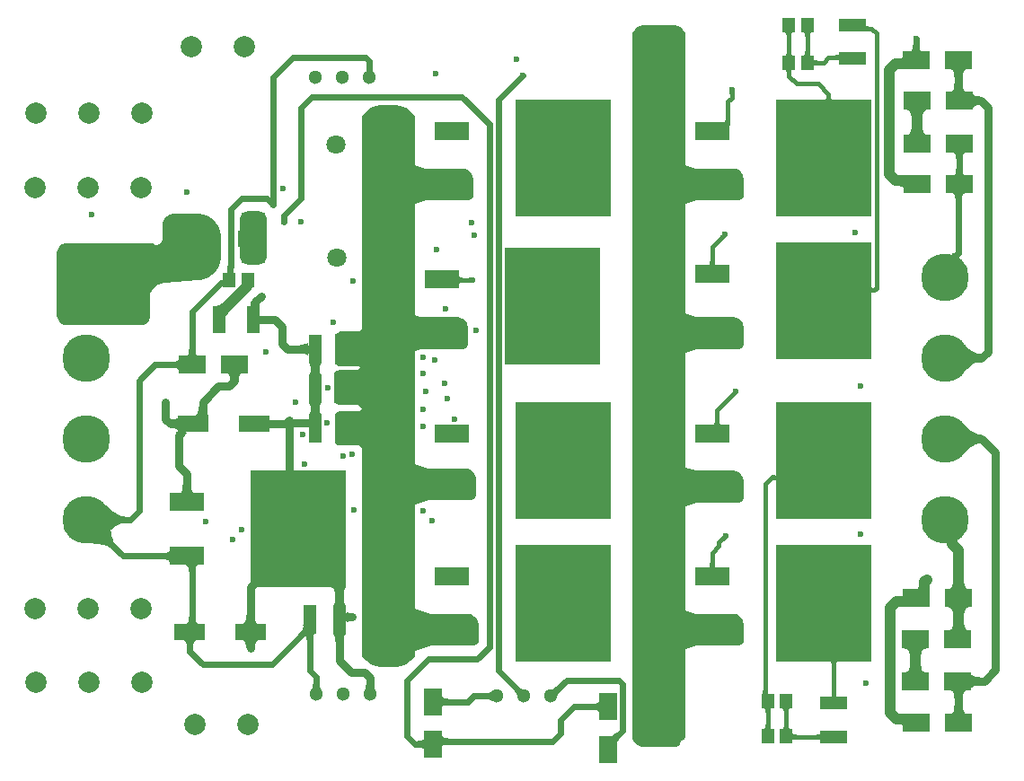
<source format=gtl>
G04*
G04 #@! TF.GenerationSoftware,Altium Limited,Altium Designer,22.6.1 (34)*
G04*
G04 Layer_Physical_Order=1*
G04 Layer_Color=153*
%FSLAX44Y44*%
%MOMM*%
G71*
G04*
G04 #@! TF.SameCoordinates,44C52635-D950-46A4-BE53-1BE2AF9ACA8F*
G04*
G04*
G04 #@! TF.FilePolarity,Positive*
G04*
G01*
G75*
%ADD11C,0.5000*%
%ADD16R,1.1500X1.3500*%
%ADD17R,3.3000X1.7000*%
%ADD18R,9.0000X11.0000*%
G04:AMPARAMS|DCode=19|XSize=2.5mm|YSize=5mm|CornerRadius=0.625mm|HoleSize=0mm|Usage=FLASHONLY|Rotation=0.000|XOffset=0mm|YOffset=0mm|HoleType=Round|Shape=RoundedRectangle|*
%AMROUNDEDRECTD19*
21,1,2.5000,3.7500,0,0,0.0*
21,1,1.2500,5.0000,0,0,0.0*
1,1,1.2500,0.6250,-1.8750*
1,1,1.2500,-0.6250,-1.8750*
1,1,1.2500,-0.6250,1.8750*
1,1,1.2500,0.6250,1.8750*
%
%ADD19ROUNDEDRECTD19*%
%ADD20R,1.3000X2.7000*%
%ADD21R,3.0000X1.6000*%
%ADD22R,2.5000X1.7000*%
%ADD23R,2.5000X1.1500*%
%ADD24R,1.2500X1.6500*%
%ADD25R,1.1500X2.5000*%
%ADD26R,1.7000X2.5000*%
%ADD27C,1.0000*%
%ADD43C,0.6000*%
%ADD44C,0.8000*%
%ADD45C,0.4000*%
%ADD46C,4.5000*%
%ADD47C,2.0000*%
%ADD48C,1.8000*%
%ADD49C,1.3000*%
%ADD50C,0.6000*%
G36*
X1315009Y1075620D02*
X1315130Y1075280D01*
X1315329Y1074980D01*
X1315609Y1074720D01*
X1315970Y1074500D01*
X1316409Y1074320D01*
X1316929Y1074180D01*
X1317529Y1074080D01*
X1318210Y1074020D01*
X1318970Y1074000D01*
Y1070000D01*
X1314969Y1070031D01*
Y1076000D01*
X1315009Y1075620D01*
D02*
G37*
G36*
X1263620Y1068271D02*
X1263280Y1068150D01*
X1262980Y1067948D01*
X1262720Y1067666D01*
X1262500Y1067303D01*
X1262320Y1066860D01*
X1262180Y1066336D01*
X1262080Y1065732D01*
X1262020Y1065046D01*
X1262000Y1064280D01*
X1258000D01*
X1257980Y1065046D01*
X1257920Y1065732D01*
X1257820Y1066336D01*
X1257680Y1066860D01*
X1257500Y1067303D01*
X1257280Y1067666D01*
X1257020Y1067948D01*
X1256720Y1068150D01*
X1256380Y1068271D01*
X1256000Y1068311D01*
X1264000D01*
X1263620Y1068271D01*
D02*
G37*
G36*
X1246120D02*
X1245780Y1068150D01*
X1245480Y1067948D01*
X1245220Y1067666D01*
X1245000Y1067303D01*
X1244820Y1066860D01*
X1244680Y1066336D01*
X1244580Y1065732D01*
X1244520Y1065046D01*
X1244500Y1064280D01*
X1240500D01*
X1240480Y1065046D01*
X1240420Y1065732D01*
X1240320Y1066336D01*
X1240180Y1066860D01*
X1240000Y1067303D01*
X1239780Y1067666D01*
X1239520Y1067948D01*
X1239220Y1068150D01*
X1238880Y1068271D01*
X1238500Y1068311D01*
X1246500D01*
X1246120Y1068271D01*
D02*
G37*
G36*
X1262020Y1049954D02*
X1262080Y1049268D01*
X1262180Y1048664D01*
X1262320Y1048140D01*
X1262500Y1047697D01*
X1262720Y1047334D01*
X1262980Y1047052D01*
X1263280Y1046850D01*
X1263620Y1046729D01*
X1264000Y1046689D01*
X1256000D01*
X1256380Y1046729D01*
X1256720Y1046850D01*
X1257020Y1047052D01*
X1257280Y1047334D01*
X1257500Y1047697D01*
X1257680Y1048140D01*
X1257820Y1048664D01*
X1257920Y1049268D01*
X1257980Y1049954D01*
X1258000Y1050719D01*
X1262000D01*
X1262020Y1049954D01*
D02*
G37*
G36*
X1244520D02*
X1244580Y1049268D01*
X1244680Y1048664D01*
X1244820Y1048140D01*
X1245000Y1047697D01*
X1245220Y1047334D01*
X1245480Y1047052D01*
X1245780Y1046850D01*
X1246120Y1046729D01*
X1246500Y1046689D01*
X1238500D01*
X1238880Y1046729D01*
X1239220Y1046850D01*
X1239520Y1047052D01*
X1239780Y1047334D01*
X1240000Y1047697D01*
X1240180Y1048140D01*
X1240320Y1048664D01*
X1240420Y1049268D01*
X1240480Y1049954D01*
X1240500Y1050719D01*
X1244500D01*
X1244520Y1049954D01*
D02*
G37*
G36*
X1365525Y1056012D02*
X1365541Y1055693D01*
X1365620Y1054799D01*
X1365770Y1053894D01*
X1365980Y1053110D01*
X1366250Y1052447D01*
X1366580Y1051904D01*
X1366970Y1051482D01*
X1367420Y1051180D01*
X1367930Y1050999D01*
X1368500Y1050939D01*
X1365786D01*
X1366038Y1046033D01*
X1358962D01*
X1359064Y1046235D01*
X1359156Y1046624D01*
X1359236Y1047202D01*
X1359366Y1048919D01*
X1359401Y1050939D01*
X1356500D01*
X1357070Y1050999D01*
X1357580Y1051180D01*
X1358030Y1051482D01*
X1358420Y1051904D01*
X1358750Y1052447D01*
X1359020Y1053110D01*
X1359230Y1053894D01*
X1359380Y1054799D01*
X1359470Y1055824D01*
X1359500Y1056970D01*
X1365500D01*
X1365525Y1056012D01*
D02*
G37*
G36*
X1290061Y1041000D02*
X1290021Y1041380D01*
X1289900Y1041720D01*
X1289698Y1042020D01*
X1289416Y1042280D01*
X1289053Y1042500D01*
X1288610Y1042680D01*
X1288086Y1042820D01*
X1287482Y1042920D01*
X1286796Y1042980D01*
X1286030Y1043000D01*
Y1047000D01*
X1286796Y1047020D01*
X1287482Y1047080D01*
X1288086Y1047180D01*
X1288610Y1047320D01*
X1289053Y1047500D01*
X1289416Y1047720D01*
X1289698Y1047980D01*
X1289900Y1048280D01*
X1290021Y1048620D01*
X1290061Y1049000D01*
Y1041000D01*
D02*
G37*
G36*
X1265760Y1043620D02*
X1265880Y1043280D01*
X1266079Y1042980D01*
X1266359Y1042720D01*
X1266720Y1042500D01*
X1267160Y1042320D01*
X1267680Y1042180D01*
X1268279Y1042080D01*
X1268960Y1042020D01*
X1269719Y1042000D01*
Y1038000D01*
X1268960Y1037980D01*
X1268279Y1037920D01*
X1267680Y1037820D01*
X1267160Y1037680D01*
X1266720Y1037500D01*
X1266359Y1037280D01*
X1266079Y1037020D01*
X1265880Y1036720D01*
X1265760Y1036380D01*
X1265720Y1036000D01*
Y1044000D01*
X1265760Y1043620D01*
D02*
G37*
G36*
X1350031Y1034031D02*
X1349964Y1034025D01*
X1349764Y1034019D01*
X1343358Y1034000D01*
Y1044000D01*
X1344631Y1044017D01*
X1347646Y1044268D01*
X1348383Y1044418D01*
X1348986Y1044602D01*
X1349456Y1044820D01*
X1349791Y1045070D01*
X1349993Y1045355D01*
X1350061Y1045673D01*
X1350031Y1034031D01*
D02*
G37*
G36*
X1246120Y1033271D02*
X1245780Y1033150D01*
X1245480Y1032948D01*
X1245220Y1032666D01*
X1245000Y1032303D01*
X1244820Y1031860D01*
X1244680Y1031336D01*
X1244580Y1030731D01*
X1244520Y1030046D01*
X1244500Y1029280D01*
X1240500D01*
X1240480Y1030046D01*
X1240420Y1030731D01*
X1240320Y1031336D01*
X1240180Y1031860D01*
X1240000Y1032303D01*
X1239780Y1032666D01*
X1239520Y1032948D01*
X1239220Y1033150D01*
X1238880Y1033271D01*
X1238500Y1033311D01*
X1246500D01*
X1246120Y1033271D01*
D02*
G37*
G36*
X1409740Y1033981D02*
X1409060Y1033740D01*
X1408460Y1033338D01*
X1407940Y1032776D01*
X1407500Y1032053D01*
X1407140Y1031170D01*
X1406860Y1030126D01*
X1406660Y1028922D01*
X1406540Y1027556D01*
X1406500Y1026031D01*
X1398500D01*
X1398460Y1027556D01*
X1398340Y1028922D01*
X1398140Y1030126D01*
X1397860Y1031170D01*
X1397500Y1032053D01*
X1397060Y1032776D01*
X1396540Y1033338D01*
X1395940Y1033740D01*
X1395260Y1033981D01*
X1394500Y1034061D01*
X1410500D01*
X1409740Y1033981D01*
D02*
G37*
G36*
X1406540Y1018944D02*
X1406660Y1017579D01*
X1406860Y1016374D01*
X1407140Y1015330D01*
X1407500Y1014447D01*
X1407940Y1013724D01*
X1408460Y1013162D01*
X1409060Y1012760D01*
X1409740Y1012519D01*
X1410500Y1012439D01*
X1394500D01*
X1395260Y1012519D01*
X1395940Y1012760D01*
X1396540Y1013162D01*
X1397060Y1013724D01*
X1397500Y1014447D01*
X1397860Y1015330D01*
X1398140Y1016374D01*
X1398340Y1017579D01*
X1398460Y1018944D01*
X1398500Y1020470D01*
X1406500D01*
X1406540Y1018944D01*
D02*
G37*
G36*
X1190810Y1011607D02*
X1190773Y1011562D01*
X1190740Y1011483D01*
X1190712Y1011372D01*
X1190686Y1011228D01*
X1190665Y1011051D01*
X1190625Y1010323D01*
X1190617Y1009673D01*
X1186617Y1010377D01*
X1186644Y1012143D01*
X1190810Y1011607D01*
D02*
G37*
G36*
X1282020Y1008210D02*
X1282080Y1007530D01*
X1282180Y1006929D01*
X1282320Y1006410D01*
X1282500Y1005969D01*
X1282720Y1005610D01*
X1282980Y1005330D01*
X1283280Y1005129D01*
X1283620Y1005010D01*
X1284000Y1004969D01*
X1276000D01*
X1276380Y1005010D01*
X1276720Y1005129D01*
X1277020Y1005330D01*
X1277280Y1005610D01*
X1277500Y1005969D01*
X1277680Y1006410D01*
X1277820Y1006929D01*
X1277920Y1007530D01*
X1277980Y1008210D01*
X1278000Y1008969D01*
X1282000D01*
X1282020Y1008210D01*
D02*
G37*
G36*
X1415767Y1011062D02*
X1416001Y1010419D01*
X1416392Y1009853D01*
X1416939Y1009361D01*
X1417642Y1008945D01*
X1418501Y1008605D01*
X1419516Y1008340D01*
X1420688Y1008151D01*
X1422016Y1008038D01*
X1423500Y1008000D01*
Y1000000D01*
X1422016Y999962D01*
X1420688Y999849D01*
X1419516Y999660D01*
X1418501Y999395D01*
X1417642Y999055D01*
X1416939Y998639D01*
X1416392Y998148D01*
X1416001Y997580D01*
X1415767Y996938D01*
X1415689Y996219D01*
Y1011780D01*
X1415767Y1011062D01*
D02*
G37*
G36*
X877042Y999072D02*
X881436Y997252D01*
X885390Y994610D01*
X887071Y992929D01*
X890000Y990000D01*
Y943333D01*
X900000Y940000D01*
X935000Y940000D01*
X935985Y940000D01*
X937917Y939616D01*
X939737Y938862D01*
X941375Y937767D01*
X942767Y936375D01*
X943862Y934737D01*
X944616Y932917D01*
X945000Y930985D01*
X945000Y930000D01*
X945000Y930000D01*
X945000Y915000D01*
X945000Y914005D01*
X944239Y912168D01*
X942832Y910761D01*
X940995Y910000D01*
X940000Y910000D01*
X940000Y910000D01*
X900000D01*
X890000Y906667D01*
Y801667D01*
X895000Y800000D01*
X930000Y800000D01*
X930985Y800000D01*
X932917Y799616D01*
X934737Y798862D01*
X936375Y797767D01*
X937767Y796375D01*
X938862Y794737D01*
X939616Y792917D01*
X940000Y790985D01*
X940000Y790000D01*
X940000Y790000D01*
X940000Y775000D01*
X940000Y774005D01*
X939239Y772168D01*
X937832Y770761D01*
X935994Y770000D01*
X935000Y770000D01*
X935000Y770000D01*
X895000D01*
X890000Y768333D01*
Y661667D01*
X902500Y657500D01*
X937500Y657500D01*
X938485Y657500D01*
X940417Y657116D01*
X942237Y656362D01*
X943875Y655267D01*
X945267Y653875D01*
X946362Y652237D01*
X947116Y650417D01*
X947500Y648485D01*
X947500Y647500D01*
X947500Y647500D01*
X947500Y632500D01*
X947500Y631505D01*
X946739Y629668D01*
X945332Y628261D01*
X943494Y627500D01*
X942500Y627500D01*
X942500Y627500D01*
X902500D01*
X890000Y623333D01*
Y525000D01*
X905000Y520000D01*
X940000Y520000D01*
X940985Y520000D01*
X942917Y519616D01*
X944737Y518862D01*
X946375Y517767D01*
X947767Y516375D01*
X948862Y514737D01*
X949616Y512917D01*
X950000Y510985D01*
X950000Y510000D01*
X950000Y510000D01*
X950000Y495000D01*
X950000Y494005D01*
X949239Y492168D01*
X947832Y490761D01*
X945995Y490000D01*
X945000Y490000D01*
X945000Y490000D01*
X905000D01*
X890000Y485000D01*
Y480000D01*
X887439Y477439D01*
X887439D01*
X885670Y475671D01*
X881510Y472891D01*
X876888Y470976D01*
X871981Y470000D01*
X858019D01*
X853112Y470976D01*
X848490Y472891D01*
X844330Y475671D01*
X842561Y477439D01*
X840000Y480000D01*
Y676250D01*
X837500Y678750D01*
X819406D01*
X818240Y678982D01*
X817141Y679437D01*
X816153Y680097D01*
X815732Y680518D01*
X815000Y681250D01*
Y708750D01*
X815000Y708750D01*
X815000Y708750D01*
Y708750D01*
X815594Y709344D01*
X816992Y710279D01*
X818546Y710922D01*
X820195Y711250D01*
X821036Y711250D01*
X837500Y711250D01*
X840000Y713750D01*
Y713964D01*
X836464Y717500D01*
X818370D01*
X817204Y717732D01*
X816106Y718187D01*
X815117Y718848D01*
X814697Y719268D01*
X813964Y720000D01*
Y747500D01*
X813964Y747500D01*
X813964Y747500D01*
Y747500D01*
X814559Y748094D01*
X815957Y749029D01*
X817510Y749672D01*
X819159Y750000D01*
X820000Y750000D01*
X836464Y750000D01*
X838857Y752393D01*
X837500Y753750D01*
X819406D01*
X818240Y753982D01*
X817141Y754437D01*
X816152Y755097D01*
X815732Y755518D01*
X815000Y756250D01*
Y783750D01*
X815000Y783750D01*
X815000Y783750D01*
Y783750D01*
X815594Y784344D01*
X816992Y785279D01*
X818546Y785922D01*
X820195Y786250D01*
X821036Y786250D01*
X837500Y786250D01*
X840000Y788750D01*
Y990000D01*
X842561Y992561D01*
Y992561D01*
X844330Y994330D01*
X848490Y997109D01*
X853112Y999024D01*
X858019Y1000000D01*
X872378D01*
X877042Y999072D01*
D02*
G37*
G36*
X1372300Y995461D02*
X1371450Y995160D01*
X1370700Y994658D01*
X1370050Y993956D01*
X1369500Y993053D01*
X1369050Y991950D01*
X1368700Y990646D01*
X1368450Y989141D01*
X1368300Y987436D01*
X1368250Y985530D01*
X1358250D01*
X1358200Y987436D01*
X1358050Y989141D01*
X1357800Y990646D01*
X1357450Y991950D01*
X1357000Y993053D01*
X1356450Y993956D01*
X1355800Y994658D01*
X1355050Y995160D01*
X1354200Y995461D01*
X1353250Y995561D01*
X1373250D01*
X1372300Y995461D01*
D02*
G37*
G36*
X1186751Y983869D02*
X1180782D01*
X1181162Y983910D01*
X1181502Y984029D01*
X1181802Y984230D01*
X1182062Y984510D01*
X1182282Y984870D01*
X1182462Y985310D01*
X1182602Y985829D01*
X1182702Y986430D01*
X1182762Y987110D01*
X1182782Y987869D01*
X1186782D01*
X1186751Y983869D01*
D02*
G37*
G36*
X1368300Y980064D02*
X1368450Y978359D01*
X1368700Y976854D01*
X1369050Y975550D01*
X1369500Y974447D01*
X1370050Y973544D01*
X1370700Y972842D01*
X1371450Y972340D01*
X1372300Y972039D01*
X1373250Y971939D01*
X1353250D01*
X1354200Y972039D01*
X1355050Y972340D01*
X1355800Y972842D01*
X1356450Y973544D01*
X1357000Y974447D01*
X1357450Y975550D01*
X1357800Y976854D01*
X1358050Y978359D01*
X1358200Y980064D01*
X1358250Y981970D01*
X1368250D01*
X1368300Y980064D01*
D02*
G37*
G36*
X1408680Y955001D02*
X1408170Y954820D01*
X1407720Y954518D01*
X1407330Y954096D01*
X1407000Y953553D01*
X1406730Y952890D01*
X1406520Y952106D01*
X1406370Y951201D01*
X1406280Y950176D01*
X1406250Y949031D01*
X1400250D01*
X1400220Y950176D01*
X1400130Y951201D01*
X1399980Y952106D01*
X1399770Y952890D01*
X1399500Y953553D01*
X1399170Y954096D01*
X1398780Y954518D01*
X1398330Y954820D01*
X1397820Y955001D01*
X1397250Y955061D01*
X1409250D01*
X1408680Y955001D01*
D02*
G37*
G36*
X1406280Y938490D02*
X1406370Y937465D01*
X1406520Y936561D01*
X1406730Y935777D01*
X1407000Y935113D01*
X1407330Y934570D01*
X1407720Y934148D01*
X1408170Y933847D01*
X1408680Y933666D01*
X1409250Y933606D01*
X1397250D01*
X1397820Y933666D01*
X1398330Y933847D01*
X1398780Y934148D01*
X1399170Y934570D01*
X1399500Y935113D01*
X1399770Y935777D01*
X1399980Y936561D01*
X1400130Y937465D01*
X1400220Y938490D01*
X1400250Y939636D01*
X1406250D01*
X1406280Y938490D01*
D02*
G37*
G36*
X1350780Y933636D02*
X1350811Y921244D01*
X1350735Y921704D01*
X1350511Y922116D01*
X1350138Y922480D01*
X1349616Y922794D01*
X1348945Y923061D01*
X1348125Y923279D01*
X1347156Y923449D01*
X1346039Y923570D01*
X1343358Y923667D01*
Y933667D01*
X1350780Y933636D01*
D02*
G37*
G36*
X1407930Y916667D02*
X1407420Y916486D01*
X1406970Y916185D01*
X1406580Y915763D01*
X1406250Y915220D01*
X1405980Y914557D01*
X1405770Y913773D01*
X1405620Y912868D01*
X1405530Y911843D01*
X1405500Y910697D01*
X1399500D01*
X1399470Y911843D01*
X1399380Y912868D01*
X1399230Y913773D01*
X1399020Y914557D01*
X1398750Y915220D01*
X1398420Y915763D01*
X1398030Y916185D01*
X1397580Y916486D01*
X1397070Y916667D01*
X1396500Y916728D01*
X1408500D01*
X1407930Y916667D01*
D02*
G37*
G36*
X1105000Y1075000D02*
X1135000Y1075000D01*
X1135000Y1075000D01*
X1135985Y1075000D01*
X1137917Y1074616D01*
X1139737Y1073862D01*
X1141375Y1072768D01*
X1142767Y1071375D01*
X1143862Y1069737D01*
X1144616Y1067917D01*
X1145000Y1065985D01*
X1145000Y1065000D01*
X1145000Y943333D01*
X1155000Y940000D01*
X1190000Y940000D01*
X1190985Y940000D01*
X1192917Y939616D01*
X1194737Y938862D01*
X1196375Y937767D01*
X1197767Y936375D01*
X1198862Y934737D01*
X1199616Y932917D01*
X1200000Y930985D01*
X1200000Y930000D01*
X1200000Y930000D01*
X1200000Y915000D01*
X1200000Y914005D01*
X1199239Y912168D01*
X1197832Y910761D01*
X1195994Y910000D01*
X1195000Y910000D01*
X1195000Y910000D01*
X1155000D01*
X1145000Y906667D01*
Y803333D01*
X1155000Y800000D01*
X1190000Y800000D01*
X1190985Y800000D01*
X1192917Y799616D01*
X1194737Y798862D01*
X1196375Y797767D01*
X1197767Y796375D01*
X1198862Y794737D01*
X1199616Y792917D01*
X1200000Y790985D01*
X1200000Y790000D01*
X1200000Y790000D01*
X1200000Y775000D01*
X1200000Y774005D01*
X1199239Y772168D01*
X1197832Y770761D01*
X1195994Y770000D01*
X1195000Y770000D01*
X1195000Y770000D01*
X1155000D01*
X1145000Y766667D01*
X1145000Y658333D01*
X1155000Y655000D01*
X1190000Y655000D01*
X1190985Y655000D01*
X1192917Y654616D01*
X1194737Y653862D01*
X1196375Y652767D01*
X1197767Y651375D01*
X1198862Y649737D01*
X1199616Y647917D01*
X1200000Y645985D01*
X1200000Y645000D01*
X1200000Y645000D01*
X1200000Y630000D01*
X1200000Y629005D01*
X1199239Y627168D01*
X1197832Y625761D01*
X1195994Y625000D01*
X1195000Y625000D01*
X1195000Y625000D01*
X1155000D01*
X1145000Y621667D01*
Y523333D01*
X1155000Y520000D01*
X1190000Y520000D01*
X1190985Y520000D01*
X1192917Y519616D01*
X1194737Y518862D01*
X1196375Y517767D01*
X1197767Y516375D01*
X1198862Y514737D01*
X1199616Y512917D01*
X1200000Y510985D01*
X1200000Y510000D01*
X1200000Y510000D01*
X1200000Y495000D01*
X1200000Y494005D01*
X1199239Y492168D01*
X1197832Y490761D01*
X1195994Y490000D01*
X1195000Y490000D01*
X1195000Y490000D01*
X1155000D01*
X1145000Y486667D01*
Y405000D01*
X1145000Y405000D01*
X1145000Y404104D01*
X1144314Y402449D01*
X1143048Y401183D01*
X1141393Y400497D01*
X1140497D01*
Y399404D01*
X1139660Y397383D01*
X1138114Y395837D01*
X1136094Y395000D01*
X1135000D01*
X1105000Y395000D01*
X1104015D01*
X1102083Y395384D01*
X1100263Y396138D01*
X1098625Y397233D01*
X1097233Y398625D01*
X1096138Y400263D01*
X1095384Y402083D01*
X1095000Y404015D01*
Y405000D01*
Y940000D01*
Y1065000D01*
X1095000Y1065985D01*
X1095384Y1067917D01*
X1096138Y1069737D01*
X1097232Y1071375D01*
X1098625Y1072768D01*
X1100263Y1073862D01*
X1102083Y1074616D01*
X1104015Y1075000D01*
X1105000Y1075000D01*
D02*
G37*
G36*
X678172Y897500D02*
X678239D01*
D01*
X685000Y897500D01*
X687216Y897500D01*
X691563Y896635D01*
X695658Y894939D01*
X699343Y892477D01*
X702477Y889343D01*
X704939Y885658D01*
X706635Y881563D01*
X707500Y877216D01*
X707500Y875000D01*
X707500Y875000D01*
X707500Y857500D01*
X707500Y855238D01*
X706617Y850800D01*
X704886Y846620D01*
X702372Y842858D01*
X699173Y839659D01*
X695411Y837145D01*
X691231Y835414D01*
X686793Y834531D01*
X685000Y834531D01*
X655000Y832500D01*
X653530Y832428D01*
X650646Y831854D01*
X647929Y830729D01*
X645484Y829095D01*
X643405Y827016D01*
X641771Y824571D01*
X640646Y821854D01*
X640072Y818970D01*
X640000Y817500D01*
Y800000D01*
Y799261D01*
X639712Y797812D01*
X639146Y796447D01*
X638326Y795219D01*
X637281Y794174D01*
X636053Y793354D01*
X634688Y792788D01*
X633239Y792500D01*
X562500D01*
X561515Y792500D01*
X559583Y792884D01*
X557763Y793638D01*
X556125Y794733D01*
X554733Y796125D01*
X553638Y797763D01*
X552884Y799583D01*
X552500Y801515D01*
X552500Y802500D01*
X552500Y802500D01*
Y860000D01*
X552500Y860985D01*
X552884Y862917D01*
X553638Y864737D01*
X554733Y866375D01*
X556125Y867767D01*
X557763Y868862D01*
X559583Y869616D01*
X561515Y870000D01*
X562500Y870000D01*
X562500Y870000D01*
X642997D01*
X643916Y869619D01*
X644619Y868916D01*
X645000Y867997D01*
Y867500D01*
X645735Y867536D01*
X647177Y867823D01*
X648536Y868386D01*
X649758Y869202D01*
X650798Y870242D01*
X651614Y871464D01*
X652177Y872823D01*
X652464Y874265D01*
X652500Y875000D01*
Y887500D01*
X652500Y888485D01*
X652884Y890417D01*
X653638Y892237D01*
X654733Y893875D01*
X656125Y895267D01*
X657763Y896362D01*
X659583Y897116D01*
X661515Y897500D01*
X662500Y897500D01*
X662500Y897500D01*
X670000Y897500D01*
Y897500D01*
X678172Y897500D01*
D02*
G37*
G36*
X1181970Y875000D02*
X1181931Y874988D01*
X1181869Y874950D01*
X1181784Y874887D01*
X1181547Y874684D01*
X1180803Y873973D01*
X1180560Y873732D01*
X1177732Y876560D01*
X1179000Y877970D01*
X1181970Y875000D01*
D02*
G37*
G36*
X1404621Y858582D02*
X1404225Y858165D01*
X1403895Y857773D01*
X1403631Y857406D01*
X1403434Y857064D01*
X1403304Y856747D01*
X1403239Y856456D01*
X1403242Y856189D01*
X1403310Y855947D01*
X1403445Y855731D01*
X1403647Y855539D01*
X1395414Y859489D01*
X1395698Y859464D01*
X1396030Y859519D01*
X1396409Y859653D01*
X1396835Y859867D01*
X1397308Y860161D01*
X1397828Y860535D01*
X1399009Y861520D01*
X1400379Y862825D01*
X1404621Y858582D01*
D02*
G37*
G36*
X1172302Y852110D02*
X1172362Y851430D01*
X1172462Y850829D01*
X1172602Y850310D01*
X1172782Y849870D01*
X1173002Y849510D01*
X1173262Y849230D01*
X1173562Y849029D01*
X1173902Y848910D01*
X1174282Y848869D01*
X1166282D01*
X1166662Y848910D01*
X1167002Y849029D01*
X1167302Y849230D01*
X1167562Y849510D01*
X1167782Y849870D01*
X1167962Y850310D01*
X1168102Y850829D01*
X1168202Y851430D01*
X1168262Y852110D01*
X1168282Y852869D01*
X1172282D01*
X1172302Y852110D01*
D02*
G37*
G36*
X941858Y832900D02*
X941821Y832919D01*
X941750Y832936D01*
X941646Y832951D01*
X941335Y832975D01*
X940306Y832999D01*
X939964Y833000D01*
Y837000D01*
X941858Y837100D01*
Y832900D01*
D02*
G37*
G36*
X931761Y838620D02*
X931882Y838280D01*
X932084Y837980D01*
X932366Y837720D01*
X932728Y837500D01*
X933172Y837320D01*
X933696Y837180D01*
X934300Y837080D01*
X934986Y837020D01*
X935751Y837000D01*
Y833000D01*
X934986Y832980D01*
X934300Y832920D01*
X933696Y832820D01*
X933172Y832680D01*
X932728Y832500D01*
X932366Y832280D01*
X932084Y832020D01*
X931882Y831720D01*
X931761Y831380D01*
X931721Y831000D01*
Y839000D01*
X931761Y838620D01*
D02*
G37*
G36*
X1319454Y823601D02*
X1319113Y823598D01*
X1317900Y823518D01*
X1317756Y823488D01*
X1317644Y823454D01*
X1317565Y823415D01*
X1317520Y823371D01*
X1316679Y827486D01*
X1318296Y827601D01*
X1319454Y823601D01*
D02*
G37*
G36*
X1313321Y827486D02*
X1312481Y823371D01*
X1312435Y823415D01*
X1312356Y823454D01*
X1312244Y823488D01*
X1312100Y823518D01*
X1310887Y823598D01*
X1310546Y823601D01*
X1311704Y827601D01*
X1313321Y827486D01*
D02*
G37*
G36*
X1319971Y828517D02*
X1320065Y828324D01*
X1320224Y828155D01*
X1320445Y828008D01*
X1320729Y827883D01*
X1321077Y827782D01*
X1321488Y827702D01*
X1321962Y827646D01*
X1322500Y827612D01*
X1323101Y827601D01*
Y823601D01*
X1322500Y823589D01*
X1321488Y823499D01*
X1321077Y823420D01*
X1320729Y823318D01*
X1320445Y823193D01*
X1320224Y823046D01*
X1320065Y822877D01*
X1319971Y822684D01*
X1319939Y822470D01*
Y828732D01*
X1319971Y828517D01*
D02*
G37*
G36*
X743220Y809719D02*
X734719D01*
X734820Y809765D01*
X734911Y809901D01*
X734990Y810127D01*
X735059Y810444D01*
X735117Y810852D01*
X735202Y811939D01*
X735250Y814250D01*
X743250D01*
X743220Y809719D01*
D02*
G37*
G36*
X718791Y809320D02*
X716884Y807343D01*
X713869Y803765D01*
X712760Y802163D01*
X711917Y800686D01*
X711339Y799334D01*
X711028Y798108D01*
X710983Y797006D01*
X711203Y796029D01*
X711689Y795178D01*
X700281Y809719D01*
X701257Y809790D01*
X702280Y810002D01*
X703348Y810356D01*
X704463Y810851D01*
X705624Y811487D01*
X706831Y812265D01*
X708084Y813184D01*
X710728Y815447D01*
X712119Y816791D01*
X718791Y809320D01*
D02*
G37*
G36*
X683030Y768324D02*
X683120Y767299D01*
X683270Y766394D01*
X683480Y765610D01*
X683750Y764947D01*
X684080Y764404D01*
X684470Y763982D01*
X684920Y763680D01*
X685430Y763499D01*
X686000Y763439D01*
X674000D01*
X674570Y763499D01*
X675080Y763680D01*
X675530Y763982D01*
X675920Y764404D01*
X676250Y764947D01*
X676520Y765610D01*
X676730Y766394D01*
X676880Y767299D01*
X676970Y768324D01*
X677000Y769470D01*
X683000D01*
X683030Y768324D01*
D02*
G37*
G36*
X789561Y762000D02*
X789481Y762760D01*
X789240Y763440D01*
X788838Y764040D01*
X788276Y764560D01*
X787553Y765000D01*
X786670Y765360D01*
X785626Y765640D01*
X784421Y765840D01*
X783056Y765960D01*
X781531Y766000D01*
Y774000D01*
X783056Y774040D01*
X784421Y774160D01*
X785626Y774360D01*
X786670Y774640D01*
X787553Y775000D01*
X788276Y775440D01*
X788838Y775960D01*
X789240Y776560D01*
X789481Y777240D01*
X789561Y778000D01*
Y762000D01*
D02*
G37*
G36*
X667561Y749000D02*
X667501Y749570D01*
X667320Y750080D01*
X667018Y750530D01*
X666596Y750920D01*
X666053Y751250D01*
X665390Y751520D01*
X664606Y751730D01*
X663701Y751880D01*
X662676Y751970D01*
X661531Y752000D01*
Y758000D01*
X662676Y758030D01*
X663701Y758120D01*
X664606Y758270D01*
X665390Y758480D01*
X666053Y758750D01*
X666596Y759080D01*
X667018Y759470D01*
X667320Y759920D01*
X667501Y760430D01*
X667561Y761000D01*
Y749000D01*
D02*
G37*
G36*
X1409507Y773030D02*
X1410949Y771439D01*
X1412431Y770036D01*
X1413955Y768819D01*
X1415519Y767790D01*
X1417124Y766947D01*
X1418769Y766292D01*
X1420455Y765824D01*
X1422182Y765544D01*
X1423950Y765450D01*
Y757450D01*
X1422182Y757356D01*
X1420455Y757076D01*
X1418769Y756608D01*
X1417124Y755953D01*
X1415519Y755110D01*
X1413955Y754081D01*
X1412431Y752864D01*
X1410949Y751461D01*
X1409507Y749870D01*
X1408105Y748092D01*
Y774808D01*
X1409507Y773030D01*
D02*
G37*
G36*
X802000Y756451D02*
X801581Y756210D01*
X801210Y755810D01*
X800889Y755250D01*
X800617Y754530D01*
X800395Y753651D01*
X800222Y752610D01*
X800102Y751444D01*
X800222Y749890D01*
X800395Y748849D01*
X800617Y747970D01*
X800889Y747250D01*
X801210Y746690D01*
X801581Y746290D01*
X802000Y746049D01*
X802469Y745969D01*
X789530D01*
X790000Y746049D01*
X790419Y746290D01*
X790790Y746690D01*
X791111Y747250D01*
X791383Y747970D01*
X791605Y748849D01*
X791778Y749890D01*
X791898Y751056D01*
X791778Y752610D01*
X791605Y753651D01*
X791383Y754530D01*
X791111Y755250D01*
X790790Y755810D01*
X790419Y756210D01*
X790000Y756451D01*
X789530Y756531D01*
X802469D01*
X802000Y756451D01*
D02*
G37*
G36*
X726304Y746492D02*
X725820Y746286D01*
X725394Y745942D01*
X725024Y745461D01*
X724711Y744842D01*
X724455Y744086D01*
X724256Y743192D01*
X724114Y742161D01*
X724028Y740993D01*
X724000Y739686D01*
X716000D01*
X715972Y740993D01*
X715744Y743192D01*
X715545Y744086D01*
X715289Y744842D01*
X714976Y745461D01*
X714606Y745942D01*
X714180Y746286D01*
X713696Y746492D01*
X713156Y746561D01*
X726844D01*
X726304Y746492D01*
D02*
G37*
G36*
X1192470Y727000D02*
X1192431Y726988D01*
X1192369Y726950D01*
X1192284Y726887D01*
X1192048Y726684D01*
X1191303Y725973D01*
X1191060Y725732D01*
X1188232Y728560D01*
X1189500Y729970D01*
X1192470Y727000D01*
D02*
G37*
G36*
X802000Y718951D02*
X801581Y718710D01*
X801210Y718310D01*
X800889Y717750D01*
X800617Y717030D01*
X800395Y716151D01*
X800222Y715110D01*
X800102Y713944D01*
X800222Y712390D01*
X800395Y711349D01*
X800617Y710470D01*
X800889Y709750D01*
X801210Y709190D01*
X801581Y708790D01*
X802000Y708549D01*
X802469Y708469D01*
X789530D01*
X790000Y708549D01*
X790419Y708790D01*
X790790Y709190D01*
X791111Y709750D01*
X791383Y710470D01*
X791605Y711349D01*
X791778Y712390D01*
X791898Y713556D01*
X791778Y715110D01*
X791605Y716151D01*
X791383Y717030D01*
X791111Y717750D01*
X790790Y718310D01*
X790419Y718710D01*
X790000Y718951D01*
X789530Y719031D01*
X802469D01*
X802000Y718951D01*
D02*
G37*
G36*
X694022Y713699D02*
X694200Y711140D01*
X694355Y710099D01*
X694555Y709220D01*
X694799Y708500D01*
X695088Y707940D01*
X695421Y707540D01*
X695798Y707299D01*
X696219Y707219D01*
X682000Y707189D01*
X682760Y707271D01*
X683440Y707513D01*
X684040Y707915D01*
X684560Y708478D01*
X685000Y709201D01*
X685360Y710084D01*
X685640Y711128D01*
X685840Y712331D01*
X685960Y713695D01*
X686000Y715219D01*
X694000D01*
X694022Y713699D01*
D02*
G37*
G36*
X1177020Y702110D02*
X1177080Y701430D01*
X1177180Y700829D01*
X1177320Y700310D01*
X1177500Y699870D01*
X1177720Y699510D01*
X1177980Y699230D01*
X1178280Y699029D01*
X1178620Y698910D01*
X1179000Y698869D01*
X1171000D01*
X1171380Y698910D01*
X1171720Y699029D01*
X1172020Y699230D01*
X1172280Y699510D01*
X1172500Y699870D01*
X1172680Y700310D01*
X1172820Y700829D01*
X1172920Y701430D01*
X1172980Y702110D01*
X1173000Y702869D01*
X1177000D01*
X1177020Y702110D01*
D02*
G37*
G36*
X666311Y692656D02*
X666245Y693149D01*
X666046Y693590D01*
X665715Y693979D01*
X665251Y694316D01*
X664655Y694602D01*
X663926Y694835D01*
X663065Y695016D01*
X662071Y695146D01*
X660945Y695224D01*
X659686Y695250D01*
Y703250D01*
X660945Y703276D01*
X663065Y703484D01*
X663926Y703665D01*
X664655Y703899D01*
X665251Y704184D01*
X665715Y704521D01*
X666046Y704910D01*
X666245Y705351D01*
X666311Y705844D01*
Y692656D01*
D02*
G37*
G36*
X665941Y692238D02*
X666063Y692170D01*
X666158Y692040D01*
X666226Y691849D01*
X666267Y691596D01*
X666281Y691281D01*
X675124D01*
X675212Y691228D01*
X675179Y691069D01*
X675026Y690805D01*
X674752Y690435D01*
X674358Y689959D01*
X672452Y687897D01*
X670578Y685994D01*
X664922Y691651D01*
X665180Y691892D01*
X665411Y692071D01*
X665615Y692188D01*
X665791Y692244D01*
X665941Y692238D01*
D02*
G37*
G36*
X1409075Y697586D02*
X1410781Y695837D01*
X1412496Y694293D01*
X1414220Y692955D01*
X1415953Y691823D01*
X1417695Y690897D01*
X1419445Y690176D01*
X1421205Y689662D01*
X1422973Y689353D01*
X1424750Y689250D01*
Y681250D01*
X1422973Y681147D01*
X1421205Y680838D01*
X1419445Y680324D01*
X1417695Y679603D01*
X1415953Y678677D01*
X1414220Y677545D01*
X1412496Y676207D01*
X1410781Y674663D01*
X1409075Y672914D01*
X1407378Y670958D01*
Y699542D01*
X1409075Y697586D01*
D02*
G37*
G36*
X1230061Y645156D02*
X1230024Y645476D01*
X1229912Y645763D01*
X1229726Y646016D01*
X1229466Y646236D01*
X1229131Y646421D01*
X1228723Y646573D01*
X1228239Y646691D01*
X1227682Y646776D01*
X1227049Y646826D01*
X1226343Y646843D01*
Y650843D01*
X1227049Y650860D01*
X1227682Y650911D01*
X1228239Y650995D01*
X1228723Y651113D01*
X1229131Y651265D01*
X1229466Y651451D01*
X1229726Y651670D01*
X1229912Y651923D01*
X1230024Y652210D01*
X1230061Y652530D01*
Y645156D01*
D02*
G37*
G36*
X679322Y640350D02*
X679442Y638989D01*
X679642Y637789D01*
X679922Y636749D01*
X680282Y635869D01*
X680722Y635149D01*
X681242Y634590D01*
X681842Y634189D01*
X682522Y633950D01*
X683282Y633870D01*
X667282D01*
X668042Y633950D01*
X668722Y634189D01*
X669322Y634590D01*
X669842Y635149D01*
X670282Y635869D01*
X670642Y636749D01*
X670922Y637789D01*
X671122Y638989D01*
X671242Y640350D01*
X671282Y641870D01*
X679282D01*
X679322Y640350D01*
D02*
G37*
G36*
X1312858Y620400D02*
X1312821Y620419D01*
X1312751Y620436D01*
X1312646Y620451D01*
X1312335Y620475D01*
X1311306Y620499D01*
X1310964Y620500D01*
Y624500D01*
X1312858Y624600D01*
Y620400D01*
D02*
G37*
G36*
X1182970Y591000D02*
X1182931Y590988D01*
X1182869Y590950D01*
X1182784Y590887D01*
X1182548Y590684D01*
X1181803Y589973D01*
X1181560Y589732D01*
X1178732Y592560D01*
X1180000Y593970D01*
X1182970Y591000D01*
D02*
G37*
G36*
X599015Y622378D02*
X603593Y618298D01*
X605724Y616640D01*
X607750Y615238D01*
X609670Y614090D01*
X611485Y613198D01*
X613195Y612560D01*
X614800Y612178D01*
X616299Y612050D01*
Y606050D01*
X614800Y605923D01*
X613195Y605540D01*
X611485Y604902D01*
X609670Y604010D01*
X607750Y602863D01*
X605724Y601460D01*
X603593Y599803D01*
X603349Y599585D01*
X603368Y599260D01*
X603703Y596581D01*
X604144Y594157D01*
X604690Y591987D01*
X605343Y590073D01*
X606101Y588413D01*
X606965Y587008D01*
X607935Y585858D01*
X603693Y581615D01*
X602542Y582585D01*
X601137Y583449D01*
X599477Y584207D01*
X597563Y584860D01*
X595393Y585406D01*
X592969Y585847D01*
X590290Y586182D01*
X584168Y586534D01*
X580725Y586551D01*
X596568Y602394D01*
Y624800D01*
X599015Y622378D01*
D02*
G37*
G36*
X658843Y568600D02*
X658782Y569170D01*
X658602Y569680D01*
X658300Y570130D01*
X657878Y570520D01*
X657335Y570850D01*
X656672Y571120D01*
X655888Y571330D01*
X654983Y571480D01*
X653958Y571570D01*
X652812Y571600D01*
Y577600D01*
X653958Y577630D01*
X654983Y577720D01*
X655888Y577870D01*
X656672Y578080D01*
X657335Y578350D01*
X657878Y578680D01*
X658300Y579070D01*
X658602Y579520D01*
X658782Y580030D01*
X658843Y580600D01*
Y568600D01*
D02*
G37*
G36*
X1172302Y567109D02*
X1172362Y566429D01*
X1172462Y565830D01*
X1172602Y565309D01*
X1172782Y564869D01*
X1173002Y564510D01*
X1173262Y564230D01*
X1173562Y564030D01*
X1173902Y563909D01*
X1174282Y563870D01*
X1166282D01*
X1166662Y563909D01*
X1167002Y564030D01*
X1167302Y564230D01*
X1167562Y564510D01*
X1167782Y564869D01*
X1167962Y565309D01*
X1168102Y565830D01*
X1168202Y566429D01*
X1168262Y567109D01*
X1168282Y567869D01*
X1172282D01*
X1172302Y567109D01*
D02*
G37*
G36*
X685430Y566101D02*
X684920Y565920D01*
X684470Y565618D01*
X684080Y565196D01*
X683750Y564653D01*
X683480Y563990D01*
X683270Y563206D01*
X683120Y562301D01*
X683030Y561276D01*
X683000Y560131D01*
X677000D01*
X676970Y561276D01*
X676880Y562301D01*
X676730Y563206D01*
X676520Y563990D01*
X676250Y564653D01*
X675920Y565196D01*
X675530Y565618D01*
X675080Y565920D01*
X674570Y566101D01*
X674000Y566161D01*
X686000D01*
X685430Y566101D01*
D02*
G37*
G36*
X1407550Y551564D02*
X1407700Y549859D01*
X1407950Y548354D01*
X1408300Y547050D01*
X1408750Y545947D01*
X1409300Y545044D01*
X1409950Y544342D01*
X1410700Y543840D01*
X1411550Y543539D01*
X1412500Y543439D01*
X1392500D01*
X1393450Y543539D01*
X1394300Y543840D01*
X1395050Y544342D01*
X1395700Y545044D01*
X1396250Y545947D01*
X1396700Y547050D01*
X1397050Y548354D01*
X1397300Y549859D01*
X1397450Y551564D01*
X1397500Y553470D01*
X1407500D01*
X1407550Y551564D01*
D02*
G37*
G36*
X1374969Y543469D02*
X1363469Y543439D01*
X1363760Y543505D01*
X1364020Y543703D01*
X1364250Y544031D01*
X1364449Y544491D01*
X1364617Y545081D01*
X1364755Y545803D01*
X1364862Y546656D01*
X1364985Y548754D01*
X1365000Y550000D01*
X1375000D01*
X1374969Y543469D01*
D02*
G37*
G36*
X824969Y545031D02*
X824595Y544950D01*
X824260Y544711D01*
X823965Y544310D01*
X823709Y543750D01*
X823492Y543031D01*
X823315Y542150D01*
X823177Y541110D01*
X823020Y538550D01*
X823000Y537030D01*
X815000D01*
X814960Y538555D01*
X814840Y539919D01*
X814640Y541122D01*
X814360Y542166D01*
X814000Y543049D01*
X813560Y543772D01*
X813040Y544334D01*
X812440Y544737D01*
X811760Y544979D01*
X811000Y545061D01*
X824969Y545031D01*
D02*
G37*
G36*
X823025Y534949D02*
X823222Y532389D01*
X823395Y531349D01*
X823617Y530470D01*
X823889Y529749D01*
X824210Y529189D01*
X824581Y528789D01*
X825000Y528549D01*
X825470Y528470D01*
X812531D01*
X813000Y528549D01*
X813419Y528789D01*
X813790Y529189D01*
X814111Y529749D01*
X814383Y530470D01*
X814605Y531349D01*
X814778Y532389D01*
X814901Y533590D01*
X815000Y536469D01*
X823000D01*
X823025Y534949D01*
D02*
G37*
G36*
X1350031Y526530D02*
X1349967Y526538D01*
X1349778Y526544D01*
X1343717Y526569D01*
Y536569D01*
X1344917Y536582D01*
X1347758Y536780D01*
X1348452Y536898D01*
X1349020Y537042D01*
X1349462Y537213D01*
X1349778Y537410D01*
X1349967Y537633D01*
X1350031Y537882D01*
Y526530D01*
D02*
G37*
G36*
X1411550Y526461D02*
X1410700Y526160D01*
X1409950Y525658D01*
X1409300Y524956D01*
X1408750Y524053D01*
X1408300Y522950D01*
X1407950Y521646D01*
X1407700Y520141D01*
X1407550Y518436D01*
X1407500Y516530D01*
X1397500D01*
X1397450Y518436D01*
X1397300Y520141D01*
X1397050Y521646D01*
X1396700Y522950D01*
X1396250Y524053D01*
X1395700Y524956D01*
X1395050Y525658D01*
X1394300Y526160D01*
X1393450Y526461D01*
X1392500Y526561D01*
X1412500D01*
X1411550Y526461D01*
D02*
G37*
G36*
X825495Y522240D02*
X825661Y521980D01*
X825939Y521750D01*
X826329Y521551D01*
X826829Y521383D01*
X827441Y521245D01*
X828164Y521138D01*
X828998Y521061D01*
X831000Y521000D01*
Y513000D01*
X829943Y512985D01*
X828164Y512862D01*
X827441Y512755D01*
X826829Y512617D01*
X826329Y512449D01*
X825939Y512250D01*
X825661Y512020D01*
X825495Y511760D01*
X825439Y511469D01*
Y522531D01*
X825495Y522240D01*
D02*
G37*
G36*
X739040Y517444D02*
X739160Y516078D01*
X739360Y514874D01*
X739640Y513830D01*
X740000Y512947D01*
X740440Y512224D01*
X740960Y511662D01*
X741560Y511260D01*
X742240Y511019D01*
X743000Y510939D01*
X727000D01*
X727760Y511019D01*
X728440Y511260D01*
X729040Y511662D01*
X729560Y512224D01*
X730000Y512947D01*
X730360Y513830D01*
X730640Y514874D01*
X730840Y516078D01*
X730960Y517444D01*
X731000Y518969D01*
X739000D01*
X739040Y517444D01*
D02*
G37*
G36*
X683030Y515824D02*
X683120Y514799D01*
X683270Y513894D01*
X683480Y513110D01*
X683750Y512447D01*
X684080Y511904D01*
X684470Y511482D01*
X684920Y511180D01*
X685430Y510999D01*
X686000Y510939D01*
X674000D01*
X674570Y510999D01*
X675080Y511180D01*
X675530Y511482D01*
X675920Y511904D01*
X676250Y512447D01*
X676520Y513110D01*
X676730Y513894D01*
X676880Y514799D01*
X676970Y515824D01*
X677000Y516969D01*
X683000D01*
X683030Y515824D01*
D02*
G37*
G36*
X1407550Y512397D02*
X1407700Y510692D01*
X1407950Y509187D01*
X1408300Y507883D01*
X1408750Y506780D01*
X1409300Y505877D01*
X1409950Y505175D01*
X1410700Y504674D01*
X1411550Y504373D01*
X1412500Y504272D01*
X1392500D01*
X1393450Y504373D01*
X1394300Y504674D01*
X1395050Y505175D01*
X1395700Y505877D01*
X1396250Y506780D01*
X1396700Y507883D01*
X1397050Y509187D01*
X1397300Y510692D01*
X1397450Y512397D01*
X1397500Y514303D01*
X1407500D01*
X1407550Y512397D01*
D02*
G37*
G36*
X792985Y501561D02*
X797000D01*
X796430Y501501D01*
X795920Y501320D01*
X795470Y501018D01*
X795080Y500596D01*
X794750Y500053D01*
X794480Y499390D01*
X794270Y498606D01*
X794120Y497701D01*
X794030Y496676D01*
X794000Y495531D01*
X788000D01*
X787970Y496676D01*
X787880Y497701D01*
X787730Y498606D01*
X787520Y499390D01*
X787337Y499839D01*
X786906Y499494D01*
X784530Y497288D01*
X780288Y501530D01*
X781476Y502761D01*
X783343Y504967D01*
X784021Y505943D01*
X784530Y506834D01*
X784870Y507640D01*
X785040Y508361D01*
Y508997D01*
X784870Y509549D01*
X784530Y510016D01*
X792985Y501561D01*
D02*
G37*
G36*
X825000Y501451D02*
X824581Y501211D01*
X824210Y500811D01*
X823889Y500251D01*
X823617Y499530D01*
X823395Y498651D01*
X823222Y497611D01*
X823099Y496410D01*
X823000Y493531D01*
X815000D01*
X814975Y495051D01*
X814778Y497611D01*
X814605Y498651D01*
X814383Y499530D01*
X814111Y500251D01*
X813790Y500811D01*
X813419Y501211D01*
X813000Y501451D01*
X812531Y501530D01*
X825470D01*
X825000Y501451D01*
D02*
G37*
G36*
X683430Y494971D02*
X682920Y494790D01*
X682470Y494491D01*
X682080Y494071D01*
X681750Y493531D01*
X681480Y492870D01*
X681270Y492090D01*
X681120Y491190D01*
X681030Y490171D01*
X681000Y489030D01*
X675000D01*
X674970Y490171D01*
X674880Y491190D01*
X674730Y492090D01*
X674520Y492870D01*
X674250Y493531D01*
X673920Y494071D01*
X673530Y494491D01*
X673080Y494790D01*
X672570Y494971D01*
X672000Y495031D01*
X684000D01*
X683430Y494971D01*
D02*
G37*
G36*
X741860Y494955D02*
X741260Y494729D01*
X740730Y494353D01*
X740271Y493826D01*
X739883Y493148D01*
X739565Y492319D01*
X739318Y491340D01*
X739141Y490211D01*
X739035Y488931D01*
X739000Y487500D01*
X731000D01*
X730965Y488931D01*
X730859Y490211D01*
X730682Y491340D01*
X730435Y492319D01*
X730117Y493148D01*
X729729Y493826D01*
X729270Y494353D01*
X728740Y494729D01*
X728140Y494955D01*
X727469Y495031D01*
X742531D01*
X741860Y494955D01*
D02*
G37*
G36*
X1312858Y477900D02*
X1312821Y477919D01*
X1312751Y477936D01*
X1312646Y477951D01*
X1312335Y477975D01*
X1311306Y477999D01*
X1310964Y478000D01*
Y482000D01*
X1312858Y482100D01*
Y477900D01*
D02*
G37*
G36*
X1370880Y487294D02*
X1370030Y486993D01*
X1369280Y486492D01*
X1368630Y485789D01*
X1368080Y484887D01*
X1367630Y483783D01*
X1367280Y482479D01*
X1367030Y480975D01*
X1366880Y479270D01*
X1366830Y477364D01*
X1356830D01*
X1356780Y479270D01*
X1356630Y480975D01*
X1356380Y482479D01*
X1356030Y483783D01*
X1355580Y484887D01*
X1355030Y485789D01*
X1354380Y486492D01*
X1353630Y486993D01*
X1352780Y487294D01*
X1351830Y487394D01*
X1371830D01*
X1370880Y487294D01*
D02*
G37*
G36*
X1288620Y475021D02*
X1288280Y474900D01*
X1287980Y474698D01*
X1287720Y474416D01*
X1287500Y474053D01*
X1287320Y473610D01*
X1287180Y473086D01*
X1287080Y472481D01*
X1287020Y471796D01*
X1287000Y471031D01*
X1283000D01*
X1282980Y471796D01*
X1282920Y472481D01*
X1282820Y473086D01*
X1282680Y473610D01*
X1282500Y474053D01*
X1282280Y474416D01*
X1282020Y474698D01*
X1281720Y474900D01*
X1281380Y475021D01*
X1281000Y475061D01*
X1289000D01*
X1288620Y475021D01*
D02*
G37*
G36*
X1366880Y473230D02*
X1367030Y471525D01*
X1367280Y470021D01*
X1367630Y468717D01*
X1368080Y467613D01*
X1368630Y466711D01*
X1369280Y466008D01*
X1370030Y465507D01*
X1370880Y465206D01*
X1371830Y465106D01*
X1351830D01*
X1352780Y465206D01*
X1353630Y465507D01*
X1354380Y466008D01*
X1355030Y466711D01*
X1355580Y467613D01*
X1356030Y468717D01*
X1356380Y470021D01*
X1356630Y471525D01*
X1356780Y473230D01*
X1356830Y475136D01*
X1366830D01*
X1366880Y473230D01*
D02*
G37*
G36*
X799793Y453749D02*
X799844Y453110D01*
X799929Y452513D01*
X800047Y451959D01*
X800200Y451447D01*
X800387Y450978D01*
X800607Y450551D01*
X800862Y450167D01*
X801150Y449825D01*
X801472Y449526D01*
X792408Y448722D01*
X792668Y449061D01*
X792900Y449439D01*
X793106Y449854D01*
X793283Y450308D01*
X793434Y450800D01*
X793557Y451329D01*
X793653Y451897D01*
X793721Y452503D01*
X793776Y453829D01*
X799776Y454430D01*
X799793Y453749D01*
D02*
G37*
G36*
X1414379Y463907D02*
X1414619Y463227D01*
X1415020Y462627D01*
X1415580Y462107D01*
X1416299Y461667D01*
X1417180Y461307D01*
X1418219Y461027D01*
X1419420Y460827D01*
X1420780Y460707D01*
X1422299Y460667D01*
Y452667D01*
X1420780Y452627D01*
X1419420Y452507D01*
X1418219Y452307D01*
X1417180Y452027D01*
X1416299Y451667D01*
X1415580Y451227D01*
X1415020Y450707D01*
X1414619Y450107D01*
X1414379Y449427D01*
X1414299Y448667D01*
Y464667D01*
X1414379Y463907D01*
D02*
G37*
G36*
X851507Y453238D02*
X851678Y450958D01*
X851757Y450551D01*
X851849Y450209D01*
X851956Y449932D01*
X852077Y449720D01*
X852213Y449574D01*
X843159Y448664D01*
X843223Y448780D01*
X843281Y448966D01*
X843333Y449221D01*
X843377Y449545D01*
X843445Y450400D01*
X843500Y452942D01*
X851500Y453970D01*
X851507Y453238D01*
D02*
G37*
G36*
X1222020Y447455D02*
X1222080Y446771D01*
X1222180Y446167D01*
X1222320Y445644D01*
X1222500Y445201D01*
X1222720Y444838D01*
X1222980Y444555D01*
X1223280Y444353D01*
X1223620Y444231D01*
X1224000Y444189D01*
X1216780Y444220D01*
X1217012Y444259D01*
X1217219Y444380D01*
X1217402Y444580D01*
X1217561Y444860D01*
X1217695Y445219D01*
X1217805Y445659D01*
X1217890Y446180D01*
X1217951Y446780D01*
X1218000Y448219D01*
X1222000D01*
X1222020Y447455D01*
D02*
G37*
G36*
X1027256Y447214D02*
X1026786Y446721D01*
X1025994Y445755D01*
X1025674Y445280D01*
X1025403Y444812D01*
X1025182Y444351D01*
X1025012Y443895D01*
X1024891Y443446D01*
X1024820Y443002D01*
X1024800Y442565D01*
X1018365Y449000D01*
X1018802Y449020D01*
X1019246Y449091D01*
X1019695Y449212D01*
X1020151Y449382D01*
X1020612Y449603D01*
X1021080Y449874D01*
X1021554Y450194D01*
X1022035Y450565D01*
X1022521Y450986D01*
X1023014Y451456D01*
X1027256Y447214D01*
D02*
G37*
G36*
X988679Y450986D02*
X989645Y450194D01*
X990120Y449874D01*
X990588Y449603D01*
X991049Y449382D01*
X991505Y449212D01*
X991954Y449091D01*
X992398Y449020D01*
X992835Y449000D01*
X986400Y442565D01*
X986380Y443002D01*
X986309Y443446D01*
X986188Y443895D01*
X986018Y444351D01*
X985797Y444812D01*
X985526Y445280D01*
X985206Y445755D01*
X984835Y446235D01*
X984414Y446721D01*
X983944Y447214D01*
X988186Y451456D01*
X988679Y450986D01*
D02*
G37*
G36*
X1287020Y444704D02*
X1287080Y444019D01*
X1287180Y443414D01*
X1287320Y442890D01*
X1287500Y442447D01*
X1287720Y442084D01*
X1287980Y441802D01*
X1288280Y441600D01*
X1288620Y441479D01*
X1289000Y441439D01*
X1281000D01*
X1281380Y441479D01*
X1281720Y441600D01*
X1282020Y441802D01*
X1282280Y442084D01*
X1282500Y442447D01*
X1282680Y442890D01*
X1282820Y443414D01*
X1282920Y444019D01*
X1282980Y444704D01*
X1283000Y445470D01*
X1287000D01*
X1287020Y444704D01*
D02*
G37*
G36*
X1409740Y448147D02*
X1409060Y447906D01*
X1408460Y447505D01*
X1407940Y446943D01*
X1407500Y446220D01*
X1407140Y445337D01*
X1406860Y444293D01*
X1406660Y443088D01*
X1406540Y441723D01*
X1406500Y440197D01*
X1398500D01*
X1398460Y441723D01*
X1398340Y443088D01*
X1398140Y444293D01*
X1397860Y445337D01*
X1397500Y446220D01*
X1397060Y446943D01*
X1396540Y447505D01*
X1395940Y447906D01*
X1395260Y448147D01*
X1394500Y448228D01*
X1410500D01*
X1409740Y448147D01*
D02*
G37*
G36*
X962858Y437950D02*
X962534Y438245D01*
X962171Y438508D01*
X961768Y438741D01*
X961325Y438942D01*
X960842Y439113D01*
X960320Y439252D01*
X959758Y439361D01*
X959156Y439438D01*
X958515Y439484D01*
X957834Y439500D01*
Y445500D01*
X958515Y445516D01*
X959758Y445639D01*
X960320Y445748D01*
X960842Y445887D01*
X961325Y446058D01*
X961768Y446259D01*
X962171Y446492D01*
X962534Y446755D01*
X962858Y447050D01*
Y437950D01*
D02*
G37*
G36*
X915749Y442680D02*
X915930Y442170D01*
X916232Y441720D01*
X916654Y441330D01*
X917197Y441000D01*
X917860Y440730D01*
X918644Y440520D01*
X919548Y440370D01*
X920574Y440280D01*
X921720Y440250D01*
Y434250D01*
X920574Y434220D01*
X919548Y434130D01*
X918644Y433980D01*
X917860Y433770D01*
X917197Y433500D01*
X916654Y433170D01*
X916232Y432780D01*
X915930Y432330D01*
X915749Y431820D01*
X915689Y431250D01*
Y443250D01*
X915749Y442680D01*
D02*
G37*
G36*
X1243620Y430771D02*
X1243280Y430650D01*
X1242980Y430448D01*
X1242720Y430166D01*
X1242500Y429803D01*
X1242320Y429360D01*
X1242180Y428836D01*
X1242080Y428232D01*
X1242020Y427546D01*
X1242000Y426781D01*
X1238000D01*
X1237980Y427546D01*
X1237920Y428232D01*
X1237820Y428836D01*
X1237680Y429360D01*
X1237500Y429803D01*
X1237280Y430166D01*
X1237020Y430448D01*
X1236720Y430650D01*
X1236380Y430771D01*
X1236000Y430811D01*
X1244000D01*
X1243620Y430771D01*
D02*
G37*
G36*
X1226120D02*
X1225780Y430650D01*
X1225480Y430448D01*
X1225220Y430166D01*
X1225000Y429803D01*
X1224820Y429360D01*
X1224680Y428836D01*
X1224580Y428232D01*
X1224520Y427546D01*
X1224500Y426781D01*
X1220500D01*
X1220480Y427546D01*
X1220420Y428232D01*
X1220320Y428836D01*
X1220180Y429360D01*
X1220000Y429803D01*
X1219780Y430166D01*
X1219520Y430448D01*
X1219220Y430650D01*
X1218880Y430771D01*
X1218500Y430811D01*
X1226500D01*
X1226120Y430771D01*
D02*
G37*
G36*
X1064061Y426500D02*
X1064001Y427070D01*
X1063820Y427580D01*
X1063518Y428030D01*
X1063096Y428420D01*
X1062553Y428750D01*
X1061890Y429020D01*
X1061106Y429230D01*
X1060201Y429380D01*
X1059176Y429470D01*
X1058030Y429500D01*
Y435500D01*
X1059176Y435530D01*
X1060201Y435620D01*
X1061106Y435770D01*
X1061890Y435980D01*
X1062553Y436250D01*
X1063096Y436580D01*
X1063518Y436970D01*
X1063820Y437420D01*
X1064001Y437930D01*
X1064061Y438500D01*
Y426500D01*
D02*
G37*
G36*
X1406540Y432444D02*
X1406660Y431078D01*
X1406860Y429874D01*
X1407140Y428830D01*
X1407500Y427947D01*
X1407940Y427224D01*
X1408460Y426662D01*
X1409060Y426260D01*
X1409740Y426019D01*
X1410500Y425939D01*
X1394500D01*
X1395260Y426019D01*
X1395940Y426260D01*
X1396540Y426662D01*
X1397060Y427224D01*
X1397500Y427947D01*
X1397860Y428830D01*
X1398140Y429874D01*
X1398340Y431078D01*
X1398460Y432444D01*
X1398500Y433969D01*
X1406500D01*
X1406540Y432444D01*
D02*
G37*
G36*
X1350031Y414618D02*
X1349967Y414867D01*
X1349778Y415090D01*
X1349462Y415287D01*
X1349020Y415458D01*
X1348452Y415602D01*
X1347758Y415720D01*
X1346937Y415812D01*
X1344917Y415917D01*
X1343717Y415930D01*
Y425931D01*
X1350031Y425970D01*
Y414618D01*
D02*
G37*
G36*
X1242020Y414954D02*
X1242080Y414268D01*
X1242180Y413664D01*
X1242320Y413140D01*
X1242500Y412697D01*
X1242720Y412334D01*
X1242980Y412052D01*
X1243280Y411850D01*
X1243620Y411729D01*
X1244000Y411689D01*
X1236000D01*
X1236380Y411729D01*
X1236720Y411850D01*
X1237020Y412052D01*
X1237280Y412334D01*
X1237500Y412697D01*
X1237680Y413140D01*
X1237820Y413664D01*
X1237920Y414268D01*
X1237980Y414954D01*
X1238000Y415719D01*
X1242000D01*
X1242020Y414954D01*
D02*
G37*
G36*
X1224520D02*
X1224580Y414268D01*
X1224680Y413664D01*
X1224820Y413140D01*
X1225000Y412697D01*
X1225220Y412334D01*
X1225480Y412052D01*
X1225780Y411850D01*
X1226120Y411729D01*
X1226500Y411689D01*
X1218500D01*
X1218880Y411729D01*
X1219220Y411850D01*
X1219520Y412052D01*
X1219780Y412334D01*
X1220000Y412697D01*
X1220180Y413140D01*
X1220320Y413664D01*
X1220420Y414268D01*
X1220480Y414954D01*
X1220500Y415719D01*
X1224500D01*
X1224520Y414954D01*
D02*
G37*
G36*
X1085212Y404969D02*
X1084024Y403739D01*
X1082157Y401533D01*
X1081479Y400557D01*
X1080969Y399666D01*
X1080630Y398860D01*
X1080460Y398139D01*
Y397503D01*
X1080630Y396951D01*
X1080969Y396484D01*
X1072484Y404969D01*
X1072951Y404630D01*
X1073503Y404460D01*
X1074139D01*
X1074860Y404630D01*
X1075666Y404969D01*
X1076557Y405479D01*
X1077533Y406157D01*
X1078594Y407006D01*
X1080969Y409212D01*
X1085212Y404969D01*
D02*
G37*
G36*
X1272561Y400250D02*
X1272521Y400630D01*
X1272400Y400970D01*
X1272198Y401270D01*
X1271916Y401530D01*
X1271553Y401750D01*
X1271110Y401930D01*
X1270586Y402070D01*
X1269982Y402170D01*
X1269296Y402230D01*
X1268531Y402250D01*
Y406250D01*
X1269296Y406270D01*
X1269982Y406330D01*
X1270586Y406430D01*
X1271110Y406570D01*
X1271553Y406750D01*
X1271916Y406970D01*
X1272198Y407230D01*
X1272400Y407530D01*
X1272521Y407870D01*
X1272561Y408250D01*
Y400250D01*
D02*
G37*
G36*
X1245760Y407870D02*
X1245880Y407530D01*
X1246079Y407230D01*
X1246359Y406970D01*
X1246720Y406750D01*
X1247160Y406570D01*
X1247680Y406430D01*
X1248279Y406330D01*
X1248960Y406270D01*
X1249719Y406250D01*
Y402250D01*
X1248960Y402230D01*
X1248279Y402170D01*
X1247680Y402070D01*
X1247160Y401930D01*
X1246720Y401750D01*
X1246359Y401530D01*
X1246079Y401270D01*
X1245880Y400970D01*
X1245760Y400630D01*
X1245720Y400250D01*
Y408250D01*
X1245760Y407870D01*
D02*
G37*
G36*
X915749Y405430D02*
X915930Y404920D01*
X916232Y404470D01*
X916654Y404080D01*
X917197Y403750D01*
X917860Y403480D01*
X918644Y403270D01*
X919548Y403120D01*
X920574Y403030D01*
X921720Y403000D01*
Y397000D01*
X920574Y396970D01*
X919548Y396880D01*
X918644Y396730D01*
X917860Y396520D01*
X917197Y396250D01*
X916654Y395920D01*
X916232Y395530D01*
X915930Y395080D01*
X915749Y394570D01*
X915689Y394000D01*
Y406000D01*
X915749Y405430D01*
D02*
G37*
G36*
X898811Y391250D02*
X898751Y391820D01*
X898570Y392330D01*
X898268Y392780D01*
X897846Y393170D01*
X897303Y393500D01*
X896640Y393770D01*
X895856Y393980D01*
X894951Y394130D01*
X893926Y394220D01*
X892781Y394250D01*
Y400250D01*
X893926Y400280D01*
X894951Y400370D01*
X895856Y400520D01*
X896640Y400730D01*
X897303Y401000D01*
X897846Y401330D01*
X898268Y401720D01*
X898570Y402170D01*
X898751Y402680D01*
X898811Y403250D01*
Y391250D01*
D02*
G37*
%LPC*%
G36*
X791998Y502040D02*
X791361D01*
X790640Y501870D01*
X789906Y501561D01*
X792974D01*
X792549Y501870D01*
X791998Y502040D01*
D02*
G37*
%LPD*%
D11*
X670750Y872500D02*
X677500Y879250D01*
X655000Y872500D02*
X670750D01*
X657500Y880000D02*
X665000D01*
Y879250D02*
Y880000D01*
D16*
X1242500Y1075000D02*
D03*
X1260000D02*
D03*
X1242500Y1040000D02*
D03*
X1260000D02*
D03*
X732500Y835000D02*
D03*
X715000D02*
D03*
X1240000Y405000D02*
D03*
X1222500D02*
D03*
X1240000Y437500D02*
D03*
X1222500D02*
D03*
D17*
X675282Y574600D02*
D03*
Y625400D02*
D03*
X1170282Y555400D02*
D03*
X925282Y639600D02*
D03*
Y690400D02*
D03*
X1170282D02*
D03*
Y975400D02*
D03*
X925282Y555400D02*
D03*
Y504600D02*
D03*
X915282Y835400D02*
D03*
Y784600D02*
D03*
X1170282Y840400D02*
D03*
X925282Y975400D02*
D03*
Y924600D02*
D03*
D18*
X780000Y600000D02*
D03*
X1275000Y530000D02*
D03*
X1030000Y665000D02*
D03*
X1275000D02*
D03*
Y950000D02*
D03*
X1030000Y530000D02*
D03*
X1020000Y810000D02*
D03*
X1275000Y815000D02*
D03*
X1030000Y950000D02*
D03*
D19*
X737500Y875000D02*
D03*
X670000Y865000D02*
D03*
D20*
X796000Y695000D02*
D03*
X824000D02*
D03*
X791000Y515000D02*
D03*
X819000D02*
D03*
X824000Y732500D02*
D03*
X796000D02*
D03*
X824000Y770000D02*
D03*
X796000D02*
D03*
D21*
X738250Y699250D02*
D03*
X681250D02*
D03*
X678000Y503000D02*
D03*
X735000D02*
D03*
D22*
X1403250Y925167D02*
D03*
X1363250D02*
D03*
X1363250Y963500D02*
D03*
X1403250D02*
D03*
X1363250Y1004000D02*
D03*
X1403250D02*
D03*
X1362500Y1042500D02*
D03*
X1402500D02*
D03*
X1361830Y495833D02*
D03*
X1401830D02*
D03*
X1362500Y417500D02*
D03*
X1402500D02*
D03*
X1401830Y456667D02*
D03*
X1361830D02*
D03*
X1362500Y535000D02*
D03*
X1402500D02*
D03*
X720000Y755000D02*
D03*
X680000D02*
D03*
D23*
X1285000Y435750D02*
D03*
Y404250D02*
D03*
X1302500Y1075750D02*
D03*
Y1044250D02*
D03*
D24*
X729250Y874000D02*
D03*
X694750D02*
D03*
D25*
X737500Y797250D02*
D03*
X706000D02*
D03*
D26*
X1072500Y392500D02*
D03*
Y432500D02*
D03*
X907250Y397250D02*
D03*
Y437250D02*
D03*
D27*
X1401830Y495833D02*
G03*
X1402500Y496503I0J670D01*
G01*
X706000Y797250D02*
Y804000D01*
X707150Y804750D02*
X731750Y829351D01*
X706750Y804750D02*
X707150D01*
X706000Y804000D02*
X706750Y804750D01*
X1361830Y456667D02*
Y495833D01*
X731750Y829351D02*
Y834250D01*
X732500Y835000D01*
X1337500Y934525D02*
Y1033142D01*
X1359750Y928667D02*
X1363250Y925167D01*
X1337500Y934525D02*
X1343358Y928667D01*
Y1039000D02*
X1359000D01*
X1343358Y928667D02*
X1359750D01*
X1359000Y1039000D02*
X1362500Y1042500D01*
X1337500Y1033142D02*
X1343358Y1039000D01*
X1370000Y550000D02*
X1372500Y552500D01*
X1362500Y535000D02*
X1366500D01*
X1370000Y538500D01*
Y550000D01*
X1363250Y963500D02*
Y1004000D01*
X1337859Y426788D02*
Y525712D01*
X1343717Y420931D02*
X1359069D01*
Y531569D02*
X1362500Y535000D01*
X1337859Y426788D02*
X1343717Y420931D01*
X1359069D02*
X1362500Y417500D01*
X1337859Y525712D02*
X1343717Y531569D01*
X1359069D01*
X1396697Y585803D02*
X1402500Y580000D01*
X1390000Y609050D02*
X1396697Y602353D01*
Y585803D02*
Y602353D01*
X1402500Y535000D02*
Y580000D01*
Y496503D02*
Y535000D01*
D43*
X847050Y1026250D02*
Y1041735D01*
X775000Y1045250D02*
X843535D01*
X847050Y1041735D01*
X756100Y1026350D02*
X775000Y1045250D01*
X756100Y906111D02*
Y1026350D01*
X750525Y911686D02*
X756100Y906111D01*
X726686Y911686D02*
X750525D01*
X716008Y836008D02*
Y847463D01*
X716500Y847955D02*
Y901500D01*
X726686Y911686D01*
X715000Y835000D02*
X716008Y836008D01*
Y847463D02*
X716500Y847955D01*
X713250Y832250D02*
X715000Y834000D01*
X680000Y505000D02*
Y571100D01*
X678000Y484500D02*
X690000Y472500D01*
X791000Y466500D02*
X796776Y460724D01*
X621550Y609050D02*
X630000Y617500D01*
X690000Y472500D02*
X755500D01*
X630000Y617500D02*
Y740000D01*
X791000Y508000D02*
Y515000D01*
X796776Y445074D02*
X797350Y444500D01*
X645000Y755000D02*
X680000D01*
X755500Y472500D02*
X791000Y508000D01*
Y466500D02*
Y508000D01*
X796776Y445074D02*
Y460724D01*
X707250Y832250D02*
X713250D01*
X678000Y503000D02*
X680000Y505000D01*
X680000Y755000D02*
Y805000D01*
X630000Y740000D02*
X645000Y755000D01*
X614950Y574600D02*
X675282D01*
X680000Y805000D02*
X707250Y832250D01*
X580500Y609050D02*
X614950Y574600D01*
X676500D02*
X680000Y571100D01*
X580500Y609050D02*
X621550D01*
X675282Y574600D02*
X676500D01*
X678000Y484500D02*
Y503000D01*
X793000Y1008000D02*
X934500D01*
X960500Y982000D01*
X782500Y997500D02*
X793000Y1008000D01*
X1033300Y457500D02*
X1082485D01*
X1086000Y410000D02*
Y453985D01*
X1082485Y457500D02*
X1086000Y453985D01*
X1072500Y396500D02*
X1086000Y410000D01*
X948985Y477500D02*
X960500Y489015D01*
Y982000D01*
X969000Y466400D02*
X992900Y442500D01*
X969000Y1004678D02*
X991961Y1027639D01*
X969000Y466400D02*
Y1004678D01*
X766800Y890000D02*
Y896050D01*
X782500Y911750D01*
Y997500D01*
X902500Y477500D02*
X948985D01*
X882500Y457500D02*
X902500Y477500D01*
X882500Y405000D02*
Y457500D01*
Y405000D02*
X890250Y397250D01*
X907250D01*
X1362500Y1042500D02*
Y1062500D01*
X1402500Y860703D02*
Y924417D01*
X1403250Y925167D01*
X1390000Y837650D02*
Y848203D01*
X1402500Y860703D01*
X1403250Y925167D02*
Y963500D01*
Y925167D02*
X1403250Y925167D01*
X907250Y397250D02*
X910000Y400000D01*
X1020000D02*
X1027500Y407500D01*
X910000Y400000D02*
X1020000D01*
X1027500Y407500D02*
Y420000D01*
X1040000Y432500D01*
X1072500D01*
X1018300Y442500D02*
X1033300Y457500D01*
X1072500Y392500D02*
Y396500D01*
X945000Y442500D02*
X967500D01*
X907250Y437250D02*
X939750D01*
X945000Y442500D01*
D44*
X771980Y608020D02*
Y702801D01*
Y608020D02*
X780000Y600000D01*
X758500Y797250D02*
X765000Y790750D01*
X737500Y797250D02*
X758500D01*
X765000Y775000D02*
Y790750D01*
X796000Y695000D02*
Y697579D01*
X738250Y699250D02*
X768429D01*
X793500Y700079D02*
X796000Y697579D01*
X774701Y700079D02*
X793500D01*
X768429Y699250D02*
X771980Y702801D01*
X739250Y814250D02*
X745000Y820000D01*
X739250Y799000D02*
Y814250D01*
X819000Y515000D02*
X821000Y517000D01*
X831000D01*
X796000Y697578D02*
Y732500D01*
X735000Y503000D02*
Y545000D01*
Y487500D02*
Y503000D01*
Y545000D02*
X780000Y590000D01*
Y600000D01*
X819000Y561000D01*
Y515000D02*
Y561000D01*
Y476000D02*
Y515000D01*
X737500Y797250D02*
X739250Y799000D01*
X765000Y775000D02*
X770000Y770000D01*
X796000D01*
Y732500D02*
Y770000D01*
X674250Y699250D02*
X681250D01*
X659686D02*
X674250D01*
X655000Y703936D02*
X659686Y699250D01*
X655000Y703936D02*
Y720000D01*
X715314Y735000D02*
X720000Y739686D01*
X705000Y735000D02*
X715314D01*
X720000Y739686D02*
Y755000D01*
X690000Y720000D02*
X705000Y735000D01*
X681250Y699250D02*
X686000D01*
X690000Y703250D01*
Y720000D01*
X1402500Y1004750D02*
Y1042500D01*
Y1004750D02*
X1403250Y1004000D01*
X1423500D01*
X1430000Y997500D01*
Y767500D02*
Y997500D01*
X1423950Y761450D02*
X1430000Y767500D01*
X1390000Y761450D02*
X1423950D01*
X1424750Y685250D02*
X1437500Y672500D01*
X1390000Y685250D02*
X1424750D01*
X1437500Y467500D02*
Y672500D01*
X1426667Y456667D02*
X1437500Y467500D01*
X1401830Y456667D02*
X1426667D01*
X1402500Y417500D02*
Y455997D01*
X1401830Y456667D02*
X1402500Y455997D01*
X667750Y688822D02*
X670250Y691322D01*
Y695250D01*
X667750Y659227D02*
Y688822D01*
X670250Y695250D02*
X674250Y699250D01*
X667750Y659227D02*
X675282Y651695D01*
Y625400D02*
Y651695D01*
X819000Y476000D02*
X830000Y465000D01*
X842500D02*
X847500Y460000D01*
X830000Y465000D02*
X842500D01*
X847500Y445150D02*
Y460000D01*
Y445150D02*
X848150Y444500D01*
D45*
X1285000Y435750D02*
Y477000D01*
X1288000Y480000D02*
X1315000D01*
X1285000Y477000D02*
X1288000Y480000D01*
X1170282Y866282D02*
X1182000Y878000D01*
X1170282Y840400D02*
Y866282D01*
X1184782Y981900D02*
Y1003000D01*
X1188617Y1013617D02*
X1189000Y1014000D01*
X1188617Y1006836D02*
Y1013617D01*
X1184782Y1003000D02*
X1188617Y1006836D01*
X1176472Y587472D02*
X1183000Y594000D01*
X1176472Y583972D02*
Y587472D01*
X1170282Y577782D02*
X1176472Y583972D01*
X915682Y835000D02*
X944000D01*
X1280000Y980000D02*
Y1010000D01*
X1270000Y1020000D02*
X1280000Y1010000D01*
X1250000Y1020000D02*
X1270000D01*
X1242500Y1027500D02*
Y1040000D01*
Y1027500D02*
X1250000Y1020000D01*
X1257500Y622500D02*
X1315000D01*
X1301750Y1045000D02*
X1302500Y1044250D01*
X1280000Y1045000D02*
X1301750D01*
X1275000Y1040000D02*
X1280000Y1045000D01*
X1260000Y1040000D02*
X1275000D01*
X1260000D02*
Y1075000D01*
X1260000Y1075000D01*
X1242500Y1075000D02*
X1242500Y1075000D01*
X1242500Y1040000D02*
Y1075000D01*
X1285601Y825601D02*
X1323101D01*
X1325000Y827500D01*
X1275000Y815000D02*
X1285601Y825601D01*
X1325000Y827500D02*
Y1067500D01*
X1306250Y1072000D02*
X1320500D01*
X1325000Y1067500D01*
X1302500Y1075750D02*
X1306250Y1072000D01*
X1258843Y648843D02*
X1275000Y665000D01*
X1220000Y585000D02*
Y642500D01*
X1226343Y648843D01*
X1258843D01*
X1220000Y440000D02*
Y585000D01*
Y440000D02*
X1222500Y437500D01*
X1240750Y404250D02*
X1285000D01*
X1240000Y405000D02*
X1240750Y404250D01*
X1240000Y405000D02*
Y437500D01*
X1240000Y437500D01*
X1222500Y405000D02*
Y437500D01*
X1222500Y437500D01*
X1170282Y555400D02*
Y577782D01*
X1175000Y712500D02*
X1192500Y730000D01*
X1170282Y690400D02*
X1175000Y695118D01*
Y712500D01*
X1170282Y975400D02*
X1178282D01*
X1184782Y981900D01*
X915282Y835400D02*
X915682Y835000D01*
X925000Y500000D02*
Y504318D01*
X925282Y504600D01*
D46*
X1390000Y609050D02*
D03*
Y685250D02*
D03*
Y761450D02*
D03*
Y837650D02*
D03*
X580500Y609050D02*
D03*
Y685250D02*
D03*
Y761450D02*
D03*
Y837650D02*
D03*
D47*
X582500Y455250D02*
D03*
X532500D02*
D03*
X632500D02*
D03*
X632000Y525000D02*
D03*
X532000D02*
D03*
X582000D02*
D03*
Y922500D02*
D03*
X532000D02*
D03*
X632000D02*
D03*
X582750Y992750D02*
D03*
X532750D02*
D03*
X632750D02*
D03*
X733000Y416000D02*
D03*
X683000D02*
D03*
X729500Y1055000D02*
D03*
X679500D02*
D03*
D48*
X816000Y962500D02*
D03*
X866000D02*
D03*
X816500Y855750D02*
D03*
X866500D02*
D03*
D49*
X797350Y444500D02*
D03*
X848150D02*
D03*
X822750D02*
D03*
X821650Y1026250D02*
D03*
X796250D02*
D03*
X847050D02*
D03*
X967500Y442500D02*
D03*
X1018300D02*
D03*
X992900D02*
D03*
D50*
X832500Y618250D02*
D03*
X756100Y906111D02*
D03*
X908500Y759250D02*
D03*
X771980Y702801D02*
D03*
X745000Y820000D02*
D03*
X742500Y857500D02*
D03*
Y870000D02*
D03*
Y885000D02*
D03*
Y895000D02*
D03*
X807964Y733000D02*
D03*
X1120000Y887000D02*
D03*
X1182000Y878000D02*
D03*
X807500Y700000D02*
D03*
X693000Y607000D02*
D03*
X718000Y590000D02*
D03*
X726765Y599886D02*
D03*
X898000Y617000D02*
D03*
X906000Y608000D02*
D03*
X831000Y517000D02*
D03*
X832000Y834000D02*
D03*
X831000Y670750D02*
D03*
X822290Y669000D02*
D03*
X919000Y808000D02*
D03*
X898000Y762000D02*
D03*
Y747180D02*
D03*
Y713000D02*
D03*
Y697000D02*
D03*
X1189000Y1014000D02*
D03*
X1123000Y602000D02*
D03*
X1183000Y594000D02*
D03*
X918500Y737309D02*
D03*
X937500Y975000D02*
D03*
X910000Y1030000D02*
D03*
X677500Y859250D02*
D03*
X665000Y879250D02*
D03*
Y869250D02*
D03*
X665000Y850000D02*
D03*
X677500Y869250D02*
D03*
X665000Y859250D02*
D03*
X677500Y879250D02*
D03*
X677500Y850000D02*
D03*
X585000Y896505D02*
D03*
X943576Y888728D02*
D03*
X945750Y877633D02*
D03*
X785933Y661215D02*
D03*
X1316038Y765346D02*
D03*
X732500Y895000D02*
D03*
Y857500D02*
D03*
Y885000D02*
D03*
Y870000D02*
D03*
X1315000Y480000D02*
D03*
X947500Y787500D02*
D03*
X944000Y835000D02*
D03*
X900000Y730000D02*
D03*
X920991Y723550D02*
D03*
X927832Y703900D02*
D03*
X784500Y689078D02*
D03*
X777500Y720000D02*
D03*
X735000Y487500D02*
D03*
X782783Y890250D02*
D03*
X765571Y921191D02*
D03*
X766800Y890000D02*
D03*
X655000Y720000D02*
D03*
X1305000Y880000D02*
D03*
X1315000Y900000D02*
D03*
Y907500D02*
D03*
X1310000Y735000D02*
D03*
Y595000D02*
D03*
X1315000Y615000D02*
D03*
Y622500D02*
D03*
Y630000D02*
D03*
Y637500D02*
D03*
Y645000D02*
D03*
Y455000D02*
D03*
X1120000Y460000D02*
D03*
Y745000D02*
D03*
X1362500Y1062500D02*
D03*
Y985000D02*
D03*
Y477500D02*
D03*
X1372500Y552500D02*
D03*
X813500Y795250D02*
D03*
X750000Y767500D02*
D03*
X910500Y863500D02*
D03*
X1315000Y487500D02*
D03*
Y532500D02*
D03*
Y525000D02*
D03*
Y495000D02*
D03*
Y577500D02*
D03*
Y517500D02*
D03*
Y570000D02*
D03*
Y510000D02*
D03*
Y562500D02*
D03*
Y555000D02*
D03*
Y547500D02*
D03*
Y502500D02*
D03*
X1192500Y730000D02*
D03*
X1315000Y997500D02*
D03*
Y990000D02*
D03*
Y982500D02*
D03*
Y975000D02*
D03*
X940000Y922500D02*
D03*
X925000Y500000D02*
D03*
X925282Y555400D02*
D03*
X929500Y639600D02*
D03*
X925000Y687500D02*
D03*
X991961Y1027639D02*
D03*
X986250Y1042750D02*
D03*
X850000Y505000D02*
D03*
X870000D02*
D03*
X860000D02*
D03*
X880000D02*
D03*
Y495000D02*
D03*
X860000D02*
D03*
X870000D02*
D03*
X850000D02*
D03*
X880000Y485000D02*
D03*
X860000D02*
D03*
X870000D02*
D03*
X850000D02*
D03*
X675500Y918000D02*
D03*
X990000Y900000D02*
D03*
Y930000D02*
D03*
Y920000D02*
D03*
Y910000D02*
D03*
Y940000D02*
D03*
Y950000D02*
D03*
Y960000D02*
D03*
Y970000D02*
D03*
X1000000D02*
D03*
Y960000D02*
D03*
Y950000D02*
D03*
Y940000D02*
D03*
X990000Y615000D02*
D03*
Y625000D02*
D03*
Y655000D02*
D03*
Y675000D02*
D03*
Y685000D02*
D03*
X1000000D02*
D03*
Y675000D02*
D03*
Y665000D02*
D03*
Y655000D02*
D03*
X990000Y645000D02*
D03*
Y665000D02*
D03*
Y635000D02*
D03*
X1000000Y805000D02*
D03*
Y815000D02*
D03*
Y835000D02*
D03*
X990000D02*
D03*
X1000000Y825000D02*
D03*
X990000Y775000D02*
D03*
Y805000D02*
D03*
Y815000D02*
D03*
Y825000D02*
D03*
Y795000D02*
D03*
Y785000D02*
D03*
Y765000D02*
D03*
Y480000D02*
D03*
Y490000D02*
D03*
Y500000D02*
D03*
X1000000Y510000D02*
D03*
Y520000D02*
D03*
Y530000D02*
D03*
Y540000D02*
D03*
X990000D02*
D03*
Y530000D02*
D03*
Y520000D02*
D03*
Y510000D02*
D03*
X1000000Y500000D02*
D03*
X1315000Y915000D02*
D03*
Y922500D02*
D03*
Y930000D02*
D03*
Y937500D02*
D03*
Y945000D02*
D03*
Y952500D02*
D03*
Y960000D02*
D03*
Y967500D02*
D03*
Y652500D02*
D03*
Y660000D02*
D03*
Y667500D02*
D03*
Y675000D02*
D03*
Y682500D02*
D03*
Y690000D02*
D03*
Y697500D02*
D03*
Y705000D02*
D03*
Y712500D02*
D03*
Y862500D02*
D03*
Y855000D02*
D03*
Y847500D02*
D03*
Y840000D02*
D03*
Y832500D02*
D03*
Y825000D02*
D03*
Y817500D02*
D03*
Y810000D02*
D03*
Y802500D02*
D03*
Y795000D02*
D03*
Y787500D02*
D03*
Y780000D02*
D03*
Y772500D02*
D03*
X1104750Y432250D02*
D03*
Y422250D02*
D03*
Y412250D02*
D03*
X1114750Y432250D02*
D03*
Y422250D02*
D03*
Y412250D02*
D03*
X1124750Y432250D02*
D03*
Y422250D02*
D03*
Y412250D02*
D03*
X1135000Y412000D02*
D03*
Y422000D02*
D03*
Y432000D02*
D03*
M02*

</source>
